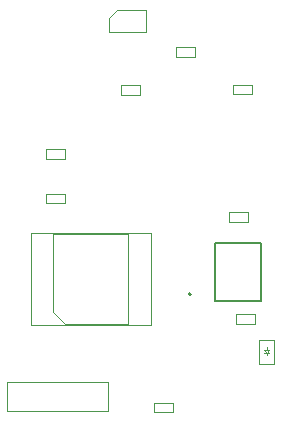
<source format=gbr>
G04 #@! TF.GenerationSoftware,KiCad,Pcbnew,6.0.5-a6ca702e91~116~ubuntu20.04.1*
G04 #@! TF.CreationDate,2022-06-20T16:09:37+05:30*
G04 #@! TF.ProjectId,BackEnd_HeavyDevice_v6,4261636b-456e-4645-9f48-656176794465,rev?*
G04 #@! TF.SameCoordinates,Original*
G04 #@! TF.FileFunction,AssemblyDrawing,Bot*
%FSLAX46Y46*%
G04 Gerber Fmt 4.6, Leading zero omitted, Abs format (unit mm)*
G04 Created by KiCad (PCBNEW 6.0.5-a6ca702e91~116~ubuntu20.04.1) date 2022-06-20 16:09:37*
%MOMM*%
%LPD*%
G01*
G04 APERTURE LIST*
%ADD10C,0.100000*%
%ADD11C,0.127000*%
%ADD12C,0.200000*%
G04 APERTURE END LIST*
D10*
X136300000Y-107700000D02*
X137900000Y-107700000D01*
X137900000Y-107700000D02*
X137900000Y-106900000D01*
X136300000Y-106900000D02*
X136300000Y-107700000D01*
X137900000Y-106900000D02*
X136300000Y-106900000D01*
X139300000Y-129300000D02*
X139100000Y-129600000D01*
X139100000Y-129600000D02*
X138900000Y-129300000D01*
X139100000Y-129600000D02*
X139100000Y-129800000D01*
X139100000Y-129300000D02*
X139100000Y-129100000D01*
X139300000Y-129600000D02*
X138900000Y-129600000D01*
X138900000Y-129300000D02*
X139300000Y-129300000D01*
X138450000Y-128500000D02*
X138450000Y-130500000D01*
X138450000Y-130500000D02*
X139750000Y-130500000D01*
X139750000Y-128500000D02*
X138450000Y-128500000D01*
X139750000Y-130500000D02*
X139750000Y-128500000D01*
X125650000Y-132062000D02*
X125650000Y-134538000D01*
X117150000Y-132062000D02*
X125650000Y-132062000D01*
X117150000Y-134538000D02*
X117150000Y-132062000D01*
X125650000Y-134538000D02*
X117150000Y-134538000D01*
X133000000Y-103687500D02*
X131400000Y-103687500D01*
X131400000Y-104512500D02*
X133000000Y-104512500D01*
X133000000Y-104512500D02*
X133000000Y-103687500D01*
X131400000Y-103687500D02*
X131400000Y-104512500D01*
X126800000Y-106887500D02*
X126800000Y-107712500D01*
X128400000Y-106887500D02*
X126800000Y-106887500D01*
X126800000Y-107712500D02*
X128400000Y-107712500D01*
X128400000Y-107712500D02*
X128400000Y-106887500D01*
X131200000Y-133787500D02*
X129600000Y-133787500D01*
X129600000Y-133787500D02*
X129600000Y-134612500D01*
X131200000Y-134612500D02*
X131200000Y-133787500D01*
X129600000Y-134612500D02*
X131200000Y-134612500D01*
X128857000Y-102374000D02*
X128857000Y-100574000D01*
X126407000Y-100574000D02*
X125757000Y-101224000D01*
X126407000Y-100574000D02*
X128857000Y-100574000D01*
X125757000Y-102374000D02*
X128857000Y-102374000D01*
X125757000Y-102374000D02*
X125757000Y-101224000D01*
X119141000Y-119452000D02*
X129301000Y-119452000D01*
X129301000Y-127192000D02*
X119141000Y-127192000D01*
X127396000Y-119512000D02*
X121046000Y-119512000D01*
X121046000Y-119512000D02*
X121046000Y-126132000D01*
X119141000Y-127192000D02*
X119141000Y-119452000D01*
X121046000Y-126132000D02*
X122046000Y-127132000D01*
X127396000Y-127132000D02*
X127396000Y-119512000D01*
X129301000Y-119452000D02*
X129301000Y-127192000D01*
X122046000Y-127132000D02*
X127396000Y-127132000D01*
X120400000Y-116912500D02*
X122000000Y-116912500D01*
X122000000Y-116087500D02*
X120400000Y-116087500D01*
X122000000Y-116912500D02*
X122000000Y-116087500D01*
X120400000Y-116087500D02*
X120400000Y-116912500D01*
X120455000Y-113163500D02*
X122055000Y-113163500D01*
X122055000Y-112338500D02*
X120455000Y-112338500D01*
X120455000Y-112338500D02*
X120455000Y-113163500D01*
X122055000Y-113163500D02*
X122055000Y-112338500D01*
D11*
X134725000Y-125190000D02*
X134725000Y-120290000D01*
X134725000Y-120290000D02*
X138625000Y-120290000D01*
X134725000Y-125190000D02*
X138625000Y-125190000D01*
X138625000Y-125190000D02*
X138625000Y-120290000D01*
D12*
X132711000Y-124610000D02*
G75*
G03*
X132711000Y-124610000I-100000J0D01*
G01*
D10*
X138100000Y-127100000D02*
X138100000Y-126300000D01*
X136500000Y-126300000D02*
X136500000Y-127100000D01*
X136500000Y-127100000D02*
X138100000Y-127100000D01*
X138100000Y-126300000D02*
X136500000Y-126300000D01*
X137526000Y-117674000D02*
X135926000Y-117674000D01*
X137526000Y-118474000D02*
X137526000Y-117674000D01*
X135926000Y-118474000D02*
X137526000Y-118474000D01*
X135926000Y-117674000D02*
X135926000Y-118474000D01*
M02*

</source>
